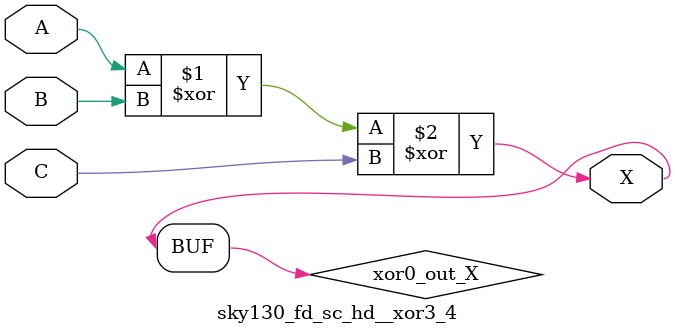
<source format=v>
/*
 * Copyright 2020 The SkyWater PDK Authors
 *
 * Licensed under the Apache License, Version 2.0 (the "License");
 * you may not use this file except in compliance with the License.
 * You may obtain a copy of the License at
 *
 *     https://www.apache.org/licenses/LICENSE-2.0
 *
 * Unless required by applicable law or agreed to in writing, software
 * distributed under the License is distributed on an "AS IS" BASIS,
 * WITHOUT WARRANTIES OR CONDITIONS OF ANY KIND, either express or implied.
 * See the License for the specific language governing permissions and
 * limitations under the License.
 *
 * SPDX-License-Identifier: Apache-2.0
*/


`ifndef SKY130_FD_SC_HD__XOR3_4_FUNCTIONAL_V
`define SKY130_FD_SC_HD__XOR3_4_FUNCTIONAL_V

/**
 * xor3: 3-input exclusive OR.
 *
 *       X = A ^ B ^ C
 *
 * Verilog simulation functional model.
 */

`timescale 1ns / 1ps
`default_nettype none

`celldefine
module sky130_fd_sc_hd__xor3_4 (
    X,
    A,
    B,
    C
);

    // Module ports
    output X;
    input  A;
    input  B;
    input  C;

    // Local signals
    wire xor0_out_X;

    //  Name  Output      Other arguments
    xor xor0 (xor0_out_X, A, B, C        );
    buf buf0 (X         , xor0_out_X     );

endmodule
`endcelldefine

`default_nettype wire
`endif  // SKY130_FD_SC_HD__XOR3_4_FUNCTIONAL_V

</source>
